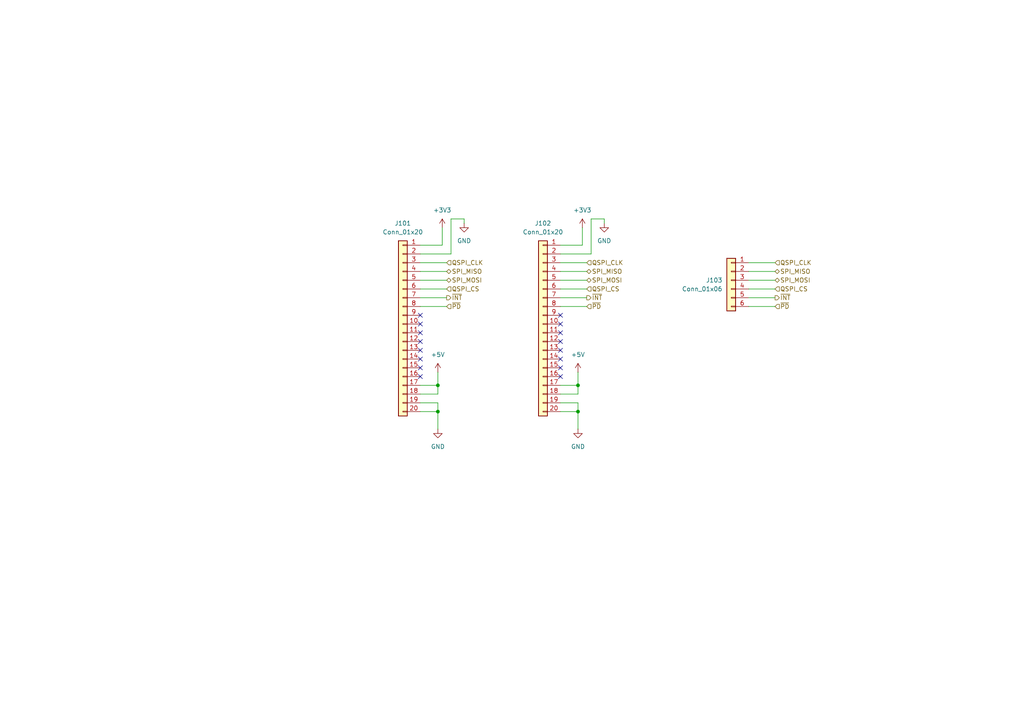
<source format=kicad_sch>
(kicad_sch (version 20231120) (generator "eeschema") (generator_version "8.0")
  (paper "A4")
  (lib_symbols
    (symbol "Connector_Generic:Conn_01x06" (pin_names (offset 1.016) hide)
      (property "Reference" "J" (at 0 7.62 0))
      (property "Value" "Conn_01x06" (at 0 -10.16 0))
      (symbol "Conn_01x06_1_1"
        (rectangle (start -1.27 -7.493) (end 0 -7.747) (stroke (width 0.1524)))
        (rectangle (start -1.27 -4.953) (end 0 -5.207) (stroke (width 0.1524)))
        (rectangle (start -1.27 -2.413) (end 0 -2.667) (stroke (width 0.1524)))
        (rectangle (start -1.27 0.127) (end 0 -0.127) (stroke (width 0.1524)))
        (rectangle (start -1.27 2.667) (end 0 2.413) (stroke (width 0.1524)))
        (rectangle (start -1.27 5.207) (end 0 4.953) (stroke (width 0.1524)))
        (rectangle (start -1.27 6.35) (end 1.27 -8.89) (stroke (width 0.254)) (fill (type background)))
        (pin passive line (at -5.08 5.08 0) (length 3.81) (name "Pin_1") (number "1"))
        (pin passive line (at -5.08 2.54 0) (length 3.81) (name "Pin_2") (number "2"))
        (pin passive line (at -5.08 0 0) (length 3.81) (name "Pin_3") (number "3"))
        (pin passive line (at -5.08 -2.54 0) (length 3.81) (name "Pin_4") (number "4"))
        (pin passive line (at -5.08 -5.08 0) (length 3.81) (name "Pin_5") (number "5"))
        (pin passive line (at -5.08 -7.62 0) (length 3.81) (name "Pin_6") (number "6"))
      )
    )
    (symbol "Connector_Generic:Conn_01x20" (pin_names (offset 1.016) hide)
      (property "Reference" "J" (at 0 25.4 0))
      (property "Value" "Conn_01x20" (at 0 -27.94 0))
      (symbol "Conn_01x20_1_1"
        (rectangle (start -1.27 -25.273) (end 0 -25.527) (stroke (width 0.1524)))
        (rectangle (start -1.27 -22.733) (end 0 -22.987) (stroke (width 0.1524)))
        (rectangle (start -1.27 -20.193) (end 0 -20.447) (stroke (width 0.1524)))
        (rectangle (start -1.27 -17.653) (end 0 -17.907) (stroke (width 0.1524)))
        (rectangle (start -1.27 -15.113) (end 0 -15.367) (stroke (width 0.1524)))
        (rectangle (start -1.27 -12.573) (end 0 -12.827) (stroke (width 0.1524)))
        (rectangle (start -1.27 -10.033) (end 0 -10.287) (stroke (width 0.1524)))
        (rectangle (start -1.27 -7.493) (end 0 -7.747) (stroke (width 0.1524)))
        (rectangle (start -1.27 -4.953) (end 0 -5.207) (stroke (width 0.1524)))
        (rectangle (start -1.27 -2.413) (end 0 -2.667) (stroke (width 0.1524)))
        (rectangle (start -1.27 0.127) (end 0 -0.127) (stroke (width 0.1524)))
        (rectangle (start -1.27 2.667) (end 0 2.413) (stroke (width 0.1524)))
        (rectangle (start -1.27 5.207) (end 0 4.953) (stroke (width 0.1524)))
        (rectangle (start -1.27 7.747) (end 0 7.493) (stroke (width 0.1524)))
        (rectangle (start -1.27 10.287) (end 0 10.033) (stroke (width 0.1524)))
        (rectangle (start -1.27 12.827) (end 0 12.573) (stroke (width 0.1524)))
        (rectangle (start -1.27 15.367) (end 0 15.113) (stroke (width 0.1524)))
        (rectangle (start -1.27 17.907) (end 0 17.653) (stroke (width 0.1524)))
        (rectangle (start -1.27 20.447) (end 0 20.193) (stroke (width 0.1524)))
        (rectangle (start -1.27 22.987) (end 0 22.733) (stroke (width 0.1524)))
        (rectangle (start -1.27 24.13) (end 1.27 -26.67) (stroke (width 0.254)) (fill (type background)))
        (pin passive line (at -5.08 22.86 0) (length 3.81) (name "Pin_1") (number "1"))
        (pin passive line (at -5.08 0 0) (length 3.81) (name "Pin_10") (number "10"))
        (pin passive line (at -5.08 -2.54 0) (length 3.81) (name "Pin_11") (number "11"))
        (pin passive line (at -5.08 -5.08 0) (length 3.81) (name "Pin_12") (number "12"))
        (pin passive line (at -5.08 -7.62 0) (length 3.81) (name "Pin_13") (number "13"))
        (pin passive line (at -5.08 -10.16 0) (length 3.81) (name "Pin_14") (number "14"))
        (pin passive line (at -5.08 -12.7 0) (length 3.81) (name "Pin_15") (number "15"))
        (pin passive line (at -5.08 -15.24 0) (length 3.81) (name "Pin_16") (number "16"))
        (pin passive line (at -5.08 -17.78 0) (length 3.81) (name "Pin_17") (number "17"))
        (pin passive line (at -5.08 -20.32 0) (length 3.81) (name "Pin_18") (number "18"))
        (pin passive line (at -5.08 -22.86 0) (length 3.81) (name "Pin_19") (number "19"))
        (pin passive line (at -5.08 20.32 0) (length 3.81) (name "Pin_2") (number "2"))
        (pin passive line (at -5.08 -25.4 0) (length 3.81) (name "Pin_20") (number "20"))
        (pin passive line (at -5.08 17.78 0) (length 3.81) (name "Pin_3") (number "3"))
        (pin passive line (at -5.08 15.24 0) (length 3.81) (name "Pin_4") (number "4"))
        (pin passive line (at -5.08 12.7 0) (length 3.81) (name "Pin_5") (number "5"))
        (pin passive line (at -5.08 10.16 0) (length 3.81) (name "Pin_6") (number "6"))
        (pin passive line (at -5.08 7.62 0) (length 3.81) (name "Pin_7") (number "7"))
        (pin passive line (at -5.08 5.08 0) (length 3.81) (name "Pin_8") (number "8"))
        (pin passive line (at -5.08 2.54 0) (length 3.81) (name "Pin_9") (number "9"))
      )
    )
    (symbol "power:+3V3" (power) (pin_numbers hide) (pin_names (offset 0) hide)
      (property "Value" "+3V3" (at 0 3.556 0))
      (symbol "+3V3_0_1"
        (polyline (pts (xy -0.762 1.27) (xy 0 2.54)))
        (polyline (pts (xy 0 0) (xy 0 2.54)))
        (polyline (pts (xy 0 2.54) (xy 0.762 1.27)))
      )
      (symbol "+3V3_1_1"
        (pin power_in line (at 0 0 90) (length 0) (name "~") (number "1"))
      )
    )
    (symbol "power:+5V" (power) (pin_numbers hide) (pin_names (offset 0) hide)
      (property "Value" "+5V" (at 0 3.556 0))
      (symbol "+5V_0_1"
        (polyline (pts (xy -0.762 1.27) (xy 0 2.54)))
        (polyline (pts (xy 0 0) (xy 0 2.54)))
        (polyline (pts (xy 0 2.54) (xy 0.762 1.27)))
      )
      (symbol "+5V_1_1"
        (pin power_in line (at 0 0 90) (length 0) (name "~") (number "1"))
      )
    )
    (symbol "power:GND" (power) (pin_numbers hide) (pin_names (offset 0) hide)
      (property "Value" "GND" (at 0 -3.81 0))
      (symbol "GND_0_1"
        (polyline (pts (xy 0 0) (xy 0 -1.27) (xy 1.27 -1.27) (xy 0 -2.54) (xy -1.27 -1.27) (xy 0 -1.27)))
      )
      (symbol "GND_1_1"
        (pin power_in line (at 0 0 270) (length 0) (name "~") (number "1"))
      )
    )
  )
  (junction (at 167.64 119.38))
  (junction (at 127 111.76))
  (junction (at 127 119.38))
  (junction (at 167.64 111.76))
  (no_connect (at 162.56 101.6))
  (no_connect (at 162.56 93.98))
  (no_connect (at 162.56 104.14))
  (no_connect (at 121.92 99.06))
  (no_connect (at 121.92 101.6))
  (no_connect (at 162.56 109.22))
  (no_connect (at 121.92 96.52))
  (no_connect (at 121.92 91.44))
  (no_connect (at 162.56 91.44))
  (no_connect (at 121.92 109.22))
  (no_connect (at 121.92 106.68))
  (no_connect (at 162.56 96.52))
  (no_connect (at 162.56 106.68))
  (no_connect (at 121.92 104.14))
  (no_connect (at 121.92 93.98))
  (no_connect (at 162.56 99.06))
  (wire (pts (xy 224.79 83.82) (xy 217.17 83.82)))
  (wire (pts (xy 175.26 63.5) (xy 175.26 64.77)))
  (wire (pts (xy 162.56 114.3) (xy 167.64 114.3)))
  (wire (pts (xy 170.18 76.2) (xy 162.56 76.2)))
  (wire (pts (xy 127 107.95) (xy 127 111.76)))
  (wire (pts (xy 128.27 71.12) (xy 128.27 66.04)))
  (wire (pts (xy 127 116.84) (xy 121.92 116.84)))
  (wire (pts (xy 127 124.46) (xy 127 119.38)))
  (wire (pts (xy 167.64 124.46) (xy 167.64 119.38)))
  (wire (pts (xy 171.45 63.5) (xy 171.45 73.66)))
  (wire (pts (xy 129.54 83.82) (xy 121.92 83.82)))
  (wire (pts (xy 224.79 86.36) (xy 217.17 86.36)))
  (wire (pts (xy 162.56 119.38) (xy 167.64 119.38)))
  (wire (pts (xy 162.56 111.76) (xy 167.64 111.76)))
  (wire (pts (xy 130.81 73.66) (xy 121.92 73.66)))
  (wire (pts (xy 121.92 81.28) (xy 129.54 81.28)))
  (wire (pts (xy 130.81 63.5) (xy 130.81 73.66)))
  (wire (pts (xy 171.45 73.66) (xy 162.56 73.66)))
  (wire (pts (xy 170.18 86.36) (xy 162.56 86.36)))
  (wire (pts (xy 127 111.76) (xy 127 114.3)))
  (wire (pts (xy 129.54 86.36) (xy 121.92 86.36)))
  (wire (pts (xy 224.79 76.2) (xy 217.17 76.2)))
  (wire (pts (xy 162.56 81.28) (xy 170.18 81.28)))
  (wire (pts (xy 167.64 119.38) (xy 167.64 116.84)))
  (wire (pts (xy 224.79 88.9) (xy 217.17 88.9)))
  (wire (pts (xy 129.54 76.2) (xy 121.92 76.2)))
  (wire (pts (xy 162.56 71.12) (xy 168.91 71.12)))
  (wire (pts (xy 129.54 88.9) (xy 121.92 88.9)))
  (wire (pts (xy 121.92 114.3) (xy 127 114.3)))
  (wire (pts (xy 167.64 107.95) (xy 167.64 111.76)))
  (wire (pts (xy 134.62 63.5) (xy 134.62 64.77)))
  (wire (pts (xy 170.18 83.82) (xy 162.56 83.82)))
  (wire (pts (xy 162.56 78.74) (xy 170.18 78.74)))
  (wire (pts (xy 121.92 78.74) (xy 129.54 78.74)))
  (wire (pts (xy 121.92 111.76) (xy 127 111.76)))
  (wire (pts (xy 167.64 116.84) (xy 162.56 116.84)))
  (wire (pts (xy 217.17 78.74) (xy 224.79 78.74)))
  (wire (pts (xy 121.92 119.38) (xy 127 119.38)))
  (wire (pts (xy 171.45 63.5) (xy 175.26 63.5)))
  (wire (pts (xy 127 119.38) (xy 127 116.84)))
  (wire (pts (xy 217.17 81.28) (xy 224.79 81.28)))
  (wire (pts (xy 121.92 71.12) (xy 128.27 71.12)))
  (wire (pts (xy 170.18 88.9) (xy 162.56 88.9)))
  (wire (pts (xy 167.64 111.76) (xy 167.64 114.3)))
  (wire (pts (xy 130.81 63.5) (xy 134.62 63.5)))
  (wire (pts (xy 168.91 71.12) (xy 168.91 66.04)))
  (hierarchical_label "~{INT}" (shape output) (at 224.79 86.36 0))
  (hierarchical_label "~{INT}" (shape output) (at 129.54 86.36 0))
  (hierarchical_label "~{PD}" (shape input) (at 224.79 88.9 0))
  (hierarchical_label "SPI_MOSI" (shape bidirectional) (at 170.18 81.28 0))
  (hierarchical_label "QSPI_CS" (shape input) (at 224.79 83.82 0))
  (hierarchical_label "SPI_MOSI" (shape bidirectional) (at 129.54 81.28 0))
  (hierarchical_label "~{PD}" (shape input) (at 129.54 88.9 0))
  (hierarchical_label "SPI_MISO" (shape bidirectional) (at 170.18 78.74 0))
  (hierarchical_label "QSPI_CS" (shape input) (at 129.54 83.82 0))
  (hierarchical_label "SPI_MISO" (shape bidirectional) (at 224.79 78.74 0))
  (hierarchical_label "QSPI_CS" (shape input) (at 170.18 83.82 0))
  (hierarchical_label "QSPI_CLK" (shape input) (at 170.18 76.2 0))
  (hierarchical_label "~{INT}" (shape output) (at 170.18 86.36 0))
  (hierarchical_label "QSPI_CLK" (shape input) (at 129.54 76.2 0))
  (hierarchical_label "SPI_MISO" (shape bidirectional) (at 129.54 78.74 0))
  (hierarchical_label "QSPI_CLK" (shape input) (at 224.79 76.2 0))
  (hierarchical_label "SPI_MOSI" (shape bidirectional) (at 224.79 81.28 0))
  (hierarchical_label "~{PD}" (shape input) (at 170.18 88.9 0))
  (symbol (lib_id "power:GND") (at 127 124.46 0) (unit 1)
    (property "Reference" "#PWR0104" (effects (hide yes)))
    (property "Value" "GND" (at 127 129.54 0))
    (property "Description" "Power symbol creates a global label with name \"GND\" , ground" (effects (hide yes)))
  )
  (symbol (lib_id "power:+3V3") (at 168.91 66.04 0) (unit 1)
    (property "Reference" "#PWR0106" (effects (hide yes)))
    (property "Value" "+3V3" (at 168.91 60.96 0))
    (property "Description" "Power symbol creates a global label with name \"+3V3\"" (effects (hide yes)))
  )
  (symbol (lib_id "power:GND") (at 167.64 124.46 0) (unit 1)
    (property "Reference" "#PWR0108" (effects (hide yes)))
    (property "Value" "GND" (at 167.64 129.54 0))
    (property "Description" "Power symbol creates a global label with name \"GND\" , ground" (effects (hide yes)))
  )
  (symbol (lib_id "power:GND") (at 175.26 64.77 0) (unit 1)
    (property "Reference" "#PWR0105" (effects (hide yes)))
    (property "Value" "GND" (at 175.26 69.85 0))
    (property "Description" "Power symbol creates a global label with name \"GND\" , ground" (effects (hide yes)))
  )
  (symbol (lib_id "power:+3V3") (at 128.27 66.04 0) (unit 1)
    (property "Reference" "#PWR0102" (effects (hide yes)))
    (property "Value" "+3V3" (at 128.27 60.96 0))
    (property "Description" "Power symbol creates a global label with name \"+3V3\"" (effects (hide yes)))
  )
  (symbol (lib_id "Connector_Generic:Conn_01x20") (at 157.48 93.98 0) (mirror y) (unit 1) (exclude_from_sim yes)
    (property "Reference" "J102" (at 157.48 64.77 0))
    (property "Value" "Conn_01x20" (at 157.48 67.31 0))
    (property "Footprint" "mylib_connector:FPC_BOTTOM_20POS_Würth_68712014522" (effects (hide yes)))
    (property "Description" "Generic connector, single row, 01x20, script generated (kicad-library-utils/schlib/autogen/connector/)" (effects (hide yes)))
    (property "Digikey" "1471-1711-ND" (effects (hide yes)))
  )
  (symbol (lib_id "power:GND") (at 134.62 64.77 0) (unit 1)
    (property "Reference" "#PWR0101" (effects (hide yes)))
    (property "Value" "GND" (at 134.62 69.85 0))
    (property "Description" "Power symbol creates a global label with name \"GND\" , ground" (effects (hide yes)))
  )
  (symbol (lib_id "power:+5V") (at 127 107.95 0) (unit 1)
    (property "Reference" "#PWR0103" (effects (hide yes)))
    (property "Value" "+5V" (at 127 102.87 0))
    (property "Description" "Power symbol creates a global label with name \"+5V\"" (effects (hide yes)))
  )
  (symbol (lib_id "Connector_Generic:Conn_01x20") (at 116.84 93.98 0) (mirror y) (unit 1) (exclude_from_sim yes)
    (property "Reference" "J101" (at 116.84 64.77 0))
    (property "Value" "Conn_01x20" (at 116.84 67.31 0))
    (property "Footprint" "mylib_connector:FPC_BOTTOM_20POS_Würth_68712014522" (effects (hide yes)))
    (property "Description" "Generic connector, single row, 01x20, script generated (kicad-library-utils/schlib/autogen/connector/)" (effects (hide yes)))
    (property "Digikey" "1471-1711-ND" (effects (hide yes)))
  )
  (symbol (lib_id "power:+5V") (at 167.64 107.95 0) (unit 1)
    (property "Reference" "#PWR0107" (effects (hide yes)))
    (property "Value" "+5V" (at 167.64 102.87 0))
    (property "Description" "Power symbol creates a global label with name \"+5V\"" (effects (hide yes)))
  )
  (symbol (lib_id "Connector_Generic:Conn_01x06") (at 212.09 81.28 0) (mirror y) (unit 1)
    (property "Reference" "J103" (at 209.55 81.2799 0) (effects (justify left)))
    (property "Value" "Conn_01x06" (at 209.55 83.8199 0) (effects (justify left)))
    (property "Footprint" "Connector_PinHeader_2.54mm:PinHeader_1x06_P2.54mm_Vertical" (effects (hide yes)))
    (property "Description" "Generic connector, single row, 01x06, script generated (kicad-library-utils/schlib/autogen/connector/)" (effects (hide yes)))
  )
)
</source>
